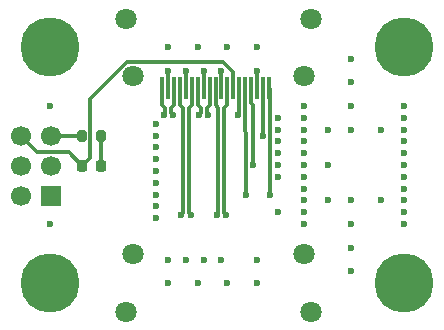
<source format=gbr>
%TF.GenerationSoftware,KiCad,Pcbnew,9.0.6*%
%TF.CreationDate,2025-12-18T20:09:51-08:00*%
%TF.ProjectId,hdmi,68646d69-2e6b-4696-9361-645f70636258,rev?*%
%TF.SameCoordinates,Original*%
%TF.FileFunction,Copper,L1,Top*%
%TF.FilePolarity,Positive*%
%FSLAX46Y46*%
G04 Gerber Fmt 4.6, Leading zero omitted, Abs format (unit mm)*
G04 Created by KiCad (PCBNEW 9.0.6) date 2025-12-18 20:09:51*
%MOMM*%
%LPD*%
G01*
G04 APERTURE LIST*
G04 Aperture macros list*
%AMRoundRect*
0 Rectangle with rounded corners*
0 $1 Rounding radius*
0 $2 $3 $4 $5 $6 $7 $8 $9 X,Y pos of 4 corners*
0 Add a 4 corners polygon primitive as box body*
4,1,4,$2,$3,$4,$5,$6,$7,$8,$9,$2,$3,0*
0 Add four circle primitives for the rounded corners*
1,1,$1+$1,$2,$3*
1,1,$1+$1,$4,$5*
1,1,$1+$1,$6,$7*
1,1,$1+$1,$8,$9*
0 Add four rect primitives between the rounded corners*
20,1,$1+$1,$2,$3,$4,$5,0*
20,1,$1+$1,$4,$5,$6,$7,0*
20,1,$1+$1,$6,$7,$8,$9,0*
20,1,$1+$1,$8,$9,$2,$3,0*%
G04 Aperture macros list end*
%TA.AperFunction,ComponentPad*%
%ADD10C,5.000000*%
%TD*%
%TA.AperFunction,SMDPad,CuDef*%
%ADD11RoundRect,0.200000X-0.200000X-0.275000X0.200000X-0.275000X0.200000X0.275000X-0.200000X0.275000X0*%
%TD*%
%TA.AperFunction,SMDPad,CuDef*%
%ADD12R,0.300000X1.900000*%
%TD*%
%TA.AperFunction,ComponentPad*%
%ADD13C,1.800000*%
%TD*%
%TA.AperFunction,SMDPad,CuDef*%
%ADD14RoundRect,0.218750X-0.218750X-0.256250X0.218750X-0.256250X0.218750X0.256250X-0.218750X0.256250X0*%
%TD*%
%TA.AperFunction,ComponentPad*%
%ADD15R,1.700000X1.700000*%
%TD*%
%TA.AperFunction,ComponentPad*%
%ADD16C,1.700000*%
%TD*%
%TA.AperFunction,ViaPad*%
%ADD17C,0.600000*%
%TD*%
%TA.AperFunction,Conductor*%
%ADD18C,0.300000*%
%TD*%
G04 APERTURE END LIST*
D10*
%TO.P,H2,1,1*%
%TO.N,GND*%
X150000000Y-80000000D03*
%TD*%
D11*
%TO.P,R1,1*%
%TO.N,VDD*%
X122675000Y-87500000D03*
%TO.P,R1,2*%
%TO.N,Net-(D1-A)*%
X124325000Y-87500000D03*
%TD*%
D10*
%TO.P,H4,1,1*%
%TO.N,GND*%
X150000000Y-100000000D03*
%TD*%
%TO.P,H1,1,1*%
%TO.N,GND*%
X120000000Y-80000000D03*
%TD*%
D12*
%TO.P,J1,1,D2+*%
%TO.N,/D2+*%
X129500000Y-83500000D03*
%TO.P,J1,2,D2S*%
%TO.N,GND*%
X130000000Y-83500000D03*
%TO.P,J1,3,D2-*%
%TO.N,/D2-*%
X130500000Y-83500000D03*
%TO.P,J1,4,D1+*%
%TO.N,/D1+*%
X131000000Y-83500000D03*
%TO.P,J1,5,D1S*%
%TO.N,GND*%
X131500000Y-83500000D03*
%TO.P,J1,6,D1-*%
%TO.N,/D1-*%
X132000000Y-83500000D03*
%TO.P,J1,7,D0+*%
%TO.N,/D0+*%
X132500000Y-83500000D03*
%TO.P,J1,8,D0S*%
%TO.N,GND*%
X133000000Y-83500000D03*
%TO.P,J1,9,D0-*%
%TO.N,/D0-*%
X133500000Y-83500000D03*
%TO.P,J1,10,CK+*%
%TO.N,/CK+*%
X134000000Y-83500000D03*
%TO.P,J1,11,CKS*%
%TO.N,GND*%
X134500000Y-83500000D03*
%TO.P,J1,12,CK-*%
%TO.N,/CK-*%
X135000000Y-83500000D03*
%TO.P,J1,13,CEC*%
%TO.N,Net-(D1-K)*%
X135500000Y-83500000D03*
%TO.P,J1,14,UTILITY*%
%TO.N,Net-(J1-UTILITY)*%
X136000000Y-83500000D03*
%TO.P,J1,15,SCL*%
%TO.N,Net-(J1-SCL)*%
X136500000Y-83500000D03*
%TO.P,J1,16,SDA*%
%TO.N,Net-(J1-SDA)*%
X137000000Y-83500000D03*
%TO.P,J1,17,GND*%
%TO.N,GND*%
X137500000Y-83500000D03*
%TO.P,J1,18,+5V*%
%TO.N,Net-(J1-+5V)*%
X138000000Y-83500000D03*
%TO.P,J1,19,HPD*%
%TO.N,Net-(J1-HPD)*%
X138500000Y-83500000D03*
D13*
%TO.P,J1,SH,SH*%
%TO.N,GND*%
X142100000Y-77600000D03*
X141500000Y-82500000D03*
X127000000Y-82500000D03*
X126400000Y-77600000D03*
%TD*%
D10*
%TO.P,H3,1,1*%
%TO.N,GND*%
X120000000Y-100000000D03*
%TD*%
D14*
%TO.P,D1,1,K*%
%TO.N,Net-(D1-K)*%
X122732500Y-90040000D03*
%TO.P,D1,2,A*%
%TO.N,Net-(D1-A)*%
X124307500Y-90040000D03*
%TD*%
D15*
%TO.P,J3,1,Pin_1*%
%TO.N,unconnected-(J3-Pin_1-Pad1)*%
X120040000Y-92580000D03*
D16*
%TO.P,J3,2,Pin_2*%
%TO.N,GND*%
X117500000Y-92580000D03*
%TO.P,J3,3,Pin_3*%
%TO.N,unconnected-(J3-Pin_3-Pad3)*%
X120040000Y-90040000D03*
%TO.P,J3,4,Pin_4*%
%TO.N,Net-(D2-K)*%
X117500000Y-90040000D03*
%TO.P,J3,5,Pin_5*%
%TO.N,VDD*%
X120040000Y-87500000D03*
%TO.P,J3,6,Pin_6*%
%TO.N,Net-(D1-K)*%
X117500000Y-87500000D03*
%TD*%
D13*
%TO.P,J2,SH,SH*%
%TO.N,GND*%
X142100000Y-102400000D03*
X141500000Y-97500000D03*
X127000000Y-97500000D03*
X126400000Y-102400000D03*
%TD*%
D17*
%TO.N,Net-(J1-HPD)*%
X138600000Y-92500000D03*
%TO.N,Net-(J1-SDA)*%
X137200000Y-90000000D03*
%TO.N,Net-(J1-UTILITY)*%
X135900000Y-85750000D03*
%TO.N,Net-(J1-SCL)*%
X136600000Y-92500000D03*
%TO.N,/D0+*%
X132600000Y-85750000D03*
%TO.N,/D1+*%
X131100000Y-94250000D03*
%TO.N,/D2+*%
X129600000Y-85750000D03*
%TO.N,/D1-*%
X131900000Y-94250000D03*
%TO.N,/D0-*%
X133400000Y-85750000D03*
%TO.N,/D2-*%
X130400000Y-85750000D03*
%TO.N,/CK+*%
X134100000Y-94250000D03*
%TO.N,/CK-*%
X134900000Y-94250000D03*
%TO.N,GND*%
X132500000Y-100000000D03*
X129000000Y-89500000D03*
X150000000Y-87000000D03*
X145500000Y-81000000D03*
X130000000Y-80000000D03*
X130000000Y-82000000D03*
X150000000Y-90000000D03*
X148000000Y-93000000D03*
X129000000Y-92500000D03*
X150000000Y-95000000D03*
X145500000Y-99000000D03*
X129000000Y-90500000D03*
X141500000Y-88000000D03*
X145500000Y-85000000D03*
X130000000Y-98000000D03*
X145500000Y-95000000D03*
X150000000Y-86000000D03*
X150000000Y-91000000D03*
X150000000Y-92000000D03*
X145500000Y-97000000D03*
X133000000Y-98000000D03*
X145500000Y-87000000D03*
X139250000Y-89000000D03*
X129000000Y-91500000D03*
X150000000Y-93000000D03*
X129000000Y-88500000D03*
X137500000Y-82000000D03*
X148000000Y-87000000D03*
X141500000Y-92000000D03*
X134500000Y-98000000D03*
X145500000Y-83000000D03*
X141500000Y-85000000D03*
X120000000Y-95000000D03*
X141500000Y-87000000D03*
X150000000Y-94000000D03*
X132500000Y-80000000D03*
X150000000Y-85000000D03*
X141500000Y-94000000D03*
X141500000Y-93000000D03*
X141500000Y-90000000D03*
X120000000Y-85000000D03*
X139250000Y-88000000D03*
X150000000Y-89000000D03*
X143500000Y-87000000D03*
X130000000Y-100000000D03*
X139250000Y-90000000D03*
X139250000Y-86000000D03*
X141500000Y-89000000D03*
X141500000Y-95000000D03*
X131500000Y-82000000D03*
X150000000Y-88000000D03*
X137500000Y-100000000D03*
X141500000Y-91000000D03*
X139250000Y-87000000D03*
X134500000Y-82000000D03*
X139250000Y-91000000D03*
X143500000Y-93000000D03*
X129000000Y-86500000D03*
X143500000Y-90000000D03*
X135000000Y-80000000D03*
X129000000Y-87500000D03*
X137500000Y-80000000D03*
X129000000Y-94500000D03*
X137500000Y-98000000D03*
X133000000Y-82000000D03*
X129000000Y-93500000D03*
X141500000Y-86000000D03*
X135000000Y-100000000D03*
X131500000Y-98000000D03*
X139250000Y-94000000D03*
X145500000Y-93000000D03*
%TO.N,Net-(J1-+5V)*%
X138000000Y-87500000D03*
%TD*%
D18*
%TO.N,Net-(J1-HPD)*%
X138600000Y-83600000D02*
X138600000Y-92500000D01*
X138500000Y-83500000D02*
X138600000Y-83600000D01*
%TO.N,Net-(J1-SDA)*%
X137000000Y-84750000D02*
X137200000Y-84950000D01*
X137000000Y-83500000D02*
X137000000Y-84750000D01*
X137200000Y-84950000D02*
X137200000Y-90000000D01*
%TO.N,Net-(J1-UTILITY)*%
X136000000Y-83500000D02*
X136000000Y-85650000D01*
X136000000Y-85650000D02*
X135900000Y-85750000D01*
%TO.N,Net-(J1-SCL)*%
X136500000Y-87151471D02*
X136600000Y-87251471D01*
X136500000Y-83500000D02*
X136500000Y-87151471D01*
X136600000Y-87251471D02*
X136600000Y-92500000D01*
%TO.N,/D0+*%
X132500000Y-83500000D02*
X132500000Y-84925001D01*
X132750000Y-85600000D02*
X132600000Y-85750000D01*
X132750000Y-85175001D02*
X132750000Y-85600000D01*
X132500000Y-84925001D02*
X132750000Y-85175001D01*
%TO.N,/D1+*%
X131000000Y-84925001D02*
X131000000Y-83500000D01*
X131100000Y-94250000D02*
X131250000Y-94100000D01*
X131250000Y-94100000D02*
X131250000Y-85175001D01*
X131250000Y-85175001D02*
X131000000Y-84925001D01*
%TO.N,/D2+*%
X129750000Y-85175001D02*
X129750000Y-85600000D01*
X129500000Y-84925001D02*
X129750000Y-85175001D01*
X129750000Y-85600000D02*
X129600000Y-85750000D01*
X129500000Y-83500000D02*
X129500000Y-84925001D01*
%TO.N,/D1-*%
X131900000Y-94250000D02*
X131750000Y-94100000D01*
X132000000Y-84925001D02*
X132000000Y-83500000D01*
X131750000Y-85175001D02*
X132000000Y-84925001D01*
X131750000Y-94100000D02*
X131750000Y-85175001D01*
%TO.N,/D0-*%
X133500000Y-83500000D02*
X133500000Y-84925001D01*
X133250000Y-85175001D02*
X133250000Y-85600000D01*
X133500000Y-84925001D02*
X133250000Y-85175001D01*
X133250000Y-85600000D02*
X133400000Y-85750000D01*
%TO.N,/D2-*%
X130500000Y-83500000D02*
X130500000Y-84925001D01*
X130250000Y-85175001D02*
X130250000Y-85600000D01*
X130500000Y-84925001D02*
X130250000Y-85175001D01*
X130250000Y-85600000D02*
X130400000Y-85750000D01*
%TO.N,/CK+*%
X134250000Y-85175001D02*
X134000000Y-84925001D01*
X134250000Y-94100000D02*
X134250000Y-85175001D01*
X134100000Y-94250000D02*
X134250000Y-94100000D01*
X134000000Y-84925001D02*
X134000000Y-83500000D01*
%TO.N,/CK-*%
X134750000Y-85175001D02*
X135000000Y-84925001D01*
X135000000Y-84925001D02*
X135000000Y-83500000D01*
X134900000Y-94250000D02*
X134750000Y-94100000D01*
X134750000Y-94100000D02*
X134750000Y-85175001D01*
%TO.N,GND*%
X134500000Y-83500000D02*
X134500000Y-82000000D01*
X137500000Y-83500000D02*
X137500000Y-82000000D01*
X130000000Y-83500000D02*
X130000000Y-82000000D01*
X133000000Y-83500000D02*
X133000000Y-82000000D01*
X131500000Y-83500000D02*
X131500000Y-82000000D01*
%TO.N,Net-(J1-+5V)*%
X138000000Y-83500000D02*
X138000000Y-87500000D01*
%TO.N,Net-(D1-A)*%
X124325000Y-87500000D02*
X124325000Y-90022500D01*
X124325000Y-90022500D02*
X124307500Y-90040000D01*
%TO.N,Net-(D1-K)*%
X134648943Y-81299000D02*
X126502529Y-81299000D01*
X122732500Y-90040000D02*
X121581500Y-88889000D01*
X123376000Y-89396500D02*
X122732500Y-90040000D01*
X135500000Y-82150057D02*
X134648943Y-81299000D01*
X118889000Y-88889000D02*
X117500000Y-87500000D01*
X126502529Y-81299000D02*
X123376000Y-84425529D01*
X135500000Y-83500000D02*
X135500000Y-82150057D01*
X121581500Y-88889000D02*
X118889000Y-88889000D01*
X123376000Y-84425529D02*
X123376000Y-89396500D01*
%TO.N,VDD*%
X122675000Y-87500000D02*
X120040000Y-87500000D01*
%TD*%
M02*

</source>
